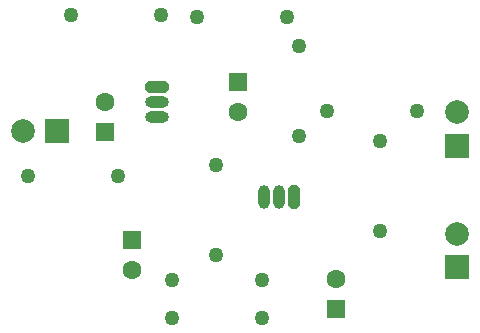
<source format=gbr>
G04 DipTrace 3.0.0.1*
G04 Top.gbr*
%MOIN*%
G04 #@! TF.FileFunction,Copper,L1,Top*
G04 #@! TF.Part,Single*
%AMOUTLINE0*
4,1,8,
-0.029528,0.019685,
-0.03937,0.009843,
-0.03937,-0.009843,
-0.029528,-0.019685,
0.029528,-0.019685,
0.03937,-0.009843,
0.03937,0.009843,
0.029528,0.019685,
-0.029528,0.019685,
0*%
%AMOUTLINE3*
4,1,8,
0.019685,0.029528,
0.009843,0.03937,
-0.009843,0.03937,
-0.019685,0.029528,
-0.019685,-0.029528,
-0.009843,-0.03937,
0.009843,-0.03937,
0.019685,-0.029528,
0.019685,0.029528,
0*%
G04 #@! TA.AperFunction,ComponentPad*
%ADD15C,0.062992*%
%ADD16R,0.062992X0.062992*%
%ADD17O,0.07874X0.03937*%
%ADD18O,0.03937X0.07874*%
%ADD19C,0.05*%
%ADD20C,0.05*%
%ADD22R,0.07874X0.07874*%
%ADD23C,0.07874*%
%ADD44OUTLINE0*%
%ADD47OUTLINE3*%
%FSLAX26Y26*%
G04*
G70*
G90*
G75*
G01*
G04 Top*
%LPD*%
D15*
X785827Y1299606D3*
D16*
Y1199606D3*
D15*
X875984Y738976D3*
D16*
Y838976D3*
D15*
X1227953Y1266142D3*
D16*
Y1366142D3*
D15*
X1555906Y708268D3*
D16*
Y608268D3*
D44*
X959055Y1349213D3*
D17*
Y1299213D3*
Y1249213D3*
D47*
X1415354Y982283D3*
D18*
X1365354D3*
X1315354D3*
D19*
X1390551Y1581102D3*
D20*
X1090551D3*
D19*
X971654Y1588189D3*
D20*
X671654D3*
D19*
X1432283Y1484646D3*
D20*
Y1184646D3*
D19*
X829134Y1053543D3*
D20*
X529134D3*
D19*
X1824409Y1269685D3*
D20*
X1524409D3*
D19*
X1154331Y1090157D3*
D20*
Y790157D3*
D19*
X1308661Y707087D3*
D20*
X1008661D3*
D19*
X1701181Y1169685D3*
D20*
Y869685D3*
D19*
X1307874Y580709D3*
D20*
X1007874D3*
D22*
X624409Y1201969D3*
D23*
X512992D3*
D22*
X1960236Y749213D3*
D23*
Y860630D3*
D22*
X1957480Y1153937D3*
D23*
Y1265354D3*
M02*

</source>
